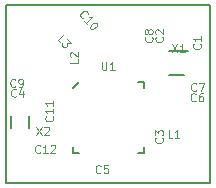
<source format=gto>
G04 #@! TF.FileFunction,Legend,Top*
%FSLAX46Y46*%
G04 Gerber Fmt 4.6, Leading zero omitted, Abs format (unit mm)*
G04 Created by KiCad (PCBNEW 4.0.0-stable) date Wednesday, March 16, 2016 'PMt' 10:12:40 PM*
%MOMM*%
G01*
G04 APERTURE LIST*
%ADD10C,0.100000*%
%ADD11C,0.152400*%
%ADD12C,0.150000*%
G04 APERTURE END LIST*
D10*
D11*
X75444540Y79954420D02*
X75444540Y94991220D01*
X75444540Y79954420D02*
X92690740Y79954420D01*
X92690740Y79954420D02*
X92690740Y94991220D01*
X75444540Y94991220D02*
X92690740Y94991220D01*
X75444540Y94991220D02*
X92690740Y94991220D01*
X75444540Y79954420D02*
X75444540Y94991220D01*
X75444540Y79954420D02*
X92690740Y79954420D01*
X92690740Y79954420D02*
X92690740Y94991220D01*
D10*
X81938371Y93900497D02*
X81892362Y93904522D01*
X81804371Y93958581D01*
X81762388Y94008614D01*
X81724430Y94104657D01*
X81732481Y94196674D01*
X81761523Y94263674D01*
X81840598Y94372656D01*
X81915649Y94435631D01*
X82036707Y94494581D01*
X82107733Y94511548D01*
X82199749Y94503497D01*
X82287741Y94449438D01*
X82329724Y94399405D01*
X82367682Y94303363D01*
X82363657Y94257355D01*
X82308169Y93358177D02*
X82056271Y93658379D01*
X82182220Y93508278D02*
X82707573Y93949102D01*
X82590540Y93936161D01*
X82498522Y93944211D01*
X82431523Y93973253D01*
X83106414Y93473782D02*
X83148397Y93423748D01*
X83165364Y93352723D01*
X83161338Y93306715D01*
X83132296Y93239715D01*
X83053220Y93130732D01*
X82928136Y93025774D01*
X82807078Y92966824D01*
X82736052Y92949857D01*
X82690044Y92953883D01*
X82623044Y92982924D01*
X82581060Y93032959D01*
X82564094Y93103984D01*
X82568119Y93149992D01*
X82597162Y93216992D01*
X82676237Y93325975D01*
X82801322Y93430933D01*
X82922381Y93489883D01*
X82993406Y93506849D01*
X83039414Y93502824D01*
X83106414Y93473782D01*
X80011014Y91817827D02*
X79801098Y92067995D01*
X80326452Y92508819D01*
X80641325Y92133568D02*
X80914216Y91808349D01*
X80567140Y91815534D01*
X80630115Y91740483D01*
X80647082Y91669458D01*
X80643057Y91623450D01*
X80614014Y91556449D01*
X80488930Y91451492D01*
X80417905Y91434525D01*
X80371896Y91438550D01*
X80304897Y91467592D01*
X80178947Y91617693D01*
X80161981Y91688718D01*
X80166005Y91734727D01*
X81539443Y90405857D02*
X81539443Y90079286D01*
X80853643Y90079286D01*
X80918957Y90601800D02*
X80886300Y90634457D01*
X80853643Y90699771D01*
X80853643Y90863057D01*
X80886300Y90928371D01*
X80918957Y90961028D01*
X80984271Y90993685D01*
X81049586Y90993685D01*
X81147557Y90961028D01*
X81539443Y90569142D01*
X81539443Y90993685D01*
X76297971Y87283471D02*
X76265314Y87250814D01*
X76167343Y87218157D01*
X76102029Y87218157D01*
X76004057Y87250814D01*
X75938743Y87316129D01*
X75906086Y87381443D01*
X75873429Y87512071D01*
X75873429Y87610043D01*
X75906086Y87740671D01*
X75938743Y87805986D01*
X76004057Y87871300D01*
X76102029Y87903957D01*
X76167343Y87903957D01*
X76265314Y87871300D01*
X76297971Y87838643D01*
X76885800Y87675357D02*
X76885800Y87218157D01*
X76722514Y87936614D02*
X76559229Y87446757D01*
X76983771Y87446757D01*
X83460971Y80813691D02*
X83428314Y80781034D01*
X83330343Y80748377D01*
X83265029Y80748377D01*
X83167057Y80781034D01*
X83101743Y80846349D01*
X83069086Y80911663D01*
X83036429Y81042291D01*
X83036429Y81140263D01*
X83069086Y81270891D01*
X83101743Y81336206D01*
X83167057Y81401520D01*
X83265029Y81434177D01*
X83330343Y81434177D01*
X83428314Y81401520D01*
X83460971Y81368863D01*
X84081457Y81434177D02*
X83754886Y81434177D01*
X83722229Y81107606D01*
X83754886Y81140263D01*
X83820200Y81172920D01*
X83983486Y81172920D01*
X84048800Y81140263D01*
X84081457Y81107606D01*
X84114114Y81042291D01*
X84114114Y80879006D01*
X84081457Y80813691D01*
X84048800Y80781034D01*
X83983486Y80748377D01*
X83820200Y80748377D01*
X83754886Y80781034D01*
X83722229Y80813691D01*
X91525271Y87778771D02*
X91492614Y87746114D01*
X91394643Y87713457D01*
X91329329Y87713457D01*
X91231357Y87746114D01*
X91166043Y87811429D01*
X91133386Y87876743D01*
X91100729Y88007371D01*
X91100729Y88105343D01*
X91133386Y88235971D01*
X91166043Y88301286D01*
X91231357Y88366600D01*
X91329329Y88399257D01*
X91394643Y88399257D01*
X91492614Y88366600D01*
X91525271Y88333943D01*
X91753871Y88399257D02*
X92211071Y88399257D01*
X91917157Y87713457D01*
X91888129Y91690371D02*
X91920786Y91657714D01*
X91953443Y91559743D01*
X91953443Y91494429D01*
X91920786Y91396457D01*
X91855471Y91331143D01*
X91790157Y91298486D01*
X91659529Y91265829D01*
X91561557Y91265829D01*
X91430929Y91298486D01*
X91365614Y91331143D01*
X91300300Y91396457D01*
X91267643Y91494429D01*
X91267643Y91559743D01*
X91300300Y91657714D01*
X91332957Y91690371D01*
X91953443Y92343514D02*
X91953443Y91951629D01*
X91953443Y92147571D02*
X91267643Y92147571D01*
X91365614Y92082257D01*
X91430929Y92016943D01*
X91463586Y91951629D01*
X89487111Y91683777D02*
X89944311Y90997977D01*
X89944311Y91683777D02*
X89487111Y90997977D01*
X90564797Y90997977D02*
X90172912Y90997977D01*
X90368854Y90997977D02*
X90368854Y91683777D01*
X90303540Y91585806D01*
X90238226Y91520491D01*
X90172912Y91487834D01*
X87798929Y92281791D02*
X87831586Y92249134D01*
X87864243Y92151163D01*
X87864243Y92085849D01*
X87831586Y91987877D01*
X87766271Y91922563D01*
X87700957Y91889906D01*
X87570329Y91857249D01*
X87472357Y91857249D01*
X87341729Y91889906D01*
X87276414Y91922563D01*
X87211100Y91987877D01*
X87178443Y92085849D01*
X87178443Y92151163D01*
X87211100Y92249134D01*
X87243757Y92281791D01*
X87472357Y92673677D02*
X87439700Y92608363D01*
X87407043Y92575706D01*
X87341729Y92543049D01*
X87309071Y92543049D01*
X87243757Y92575706D01*
X87211100Y92608363D01*
X87178443Y92673677D01*
X87178443Y92804306D01*
X87211100Y92869620D01*
X87243757Y92902277D01*
X87309071Y92934934D01*
X87341729Y92934934D01*
X87407043Y92902277D01*
X87439700Y92869620D01*
X87472357Y92804306D01*
X87472357Y92673677D01*
X87505014Y92608363D01*
X87537671Y92575706D01*
X87602986Y92543049D01*
X87733614Y92543049D01*
X87798929Y92575706D01*
X87831586Y92608363D01*
X87864243Y92673677D01*
X87864243Y92804306D01*
X87831586Y92869620D01*
X87798929Y92902277D01*
X87733614Y92934934D01*
X87602986Y92934934D01*
X87537671Y92902277D01*
X87505014Y92869620D01*
X87472357Y92804306D01*
X76234471Y88121671D02*
X76201814Y88089014D01*
X76103843Y88056357D01*
X76038529Y88056357D01*
X75940557Y88089014D01*
X75875243Y88154329D01*
X75842586Y88219643D01*
X75809929Y88350271D01*
X75809929Y88448243D01*
X75842586Y88578871D01*
X75875243Y88644186D01*
X75940557Y88709500D01*
X76038529Y88742157D01*
X76103843Y88742157D01*
X76201814Y88709500D01*
X76234471Y88676843D01*
X76561043Y88056357D02*
X76691671Y88056357D01*
X76756986Y88089014D01*
X76789643Y88121671D01*
X76854957Y88219643D01*
X76887614Y88350271D01*
X76887614Y88611529D01*
X76854957Y88676843D01*
X76822300Y88709500D01*
X76756986Y88742157D01*
X76626357Y88742157D01*
X76561043Y88709500D01*
X76528386Y88676843D01*
X76495729Y88611529D01*
X76495729Y88448243D01*
X76528386Y88382929D01*
X76561043Y88350271D01*
X76626357Y88317614D01*
X76756986Y88317614D01*
X76822300Y88350271D01*
X76854957Y88382929D01*
X76887614Y88448243D01*
X91499871Y86902471D02*
X91467214Y86869814D01*
X91369243Y86837157D01*
X91303929Y86837157D01*
X91205957Y86869814D01*
X91140643Y86935129D01*
X91107986Y87000443D01*
X91075329Y87131071D01*
X91075329Y87229043D01*
X91107986Y87359671D01*
X91140643Y87424986D01*
X91205957Y87490300D01*
X91303929Y87522957D01*
X91369243Y87522957D01*
X91467214Y87490300D01*
X91499871Y87457643D01*
X92087700Y87522957D02*
X91957071Y87522957D01*
X91891757Y87490300D01*
X91859100Y87457643D01*
X91793786Y87359671D01*
X91761129Y87229043D01*
X91761129Y86967786D01*
X91793786Y86902471D01*
X91826443Y86869814D01*
X91891757Y86837157D01*
X92022386Y86837157D01*
X92087700Y86869814D01*
X92120357Y86902471D01*
X92153014Y86967786D01*
X92153014Y87131071D01*
X92120357Y87196386D01*
X92087700Y87229043D01*
X92022386Y87261700D01*
X91891757Y87261700D01*
X91826443Y87229043D01*
X91793786Y87196386D01*
X91761129Y87131071D01*
X88687929Y92281791D02*
X88720586Y92249134D01*
X88753243Y92151163D01*
X88753243Y92085849D01*
X88720586Y91987877D01*
X88655271Y91922563D01*
X88589957Y91889906D01*
X88459329Y91857249D01*
X88361357Y91857249D01*
X88230729Y91889906D01*
X88165414Y91922563D01*
X88100100Y91987877D01*
X88067443Y92085849D01*
X88067443Y92151163D01*
X88100100Y92249134D01*
X88132757Y92281791D01*
X88132757Y92543049D02*
X88100100Y92575706D01*
X88067443Y92641020D01*
X88067443Y92804306D01*
X88100100Y92869620D01*
X88132757Y92902277D01*
X88198071Y92934934D01*
X88263386Y92934934D01*
X88361357Y92902277D01*
X88753243Y92510391D01*
X88753243Y92934934D01*
X83551686Y90171777D02*
X83551686Y89616606D01*
X83584343Y89551291D01*
X83617000Y89518634D01*
X83682314Y89485977D01*
X83812943Y89485977D01*
X83878257Y89518634D01*
X83910914Y89551291D01*
X83943571Y89616606D01*
X83943571Y90171777D01*
X84629371Y89485977D02*
X84237486Y89485977D01*
X84433428Y89485977D02*
X84433428Y90171777D01*
X84368114Y90073806D01*
X84302800Y90008491D01*
X84237486Y89975834D01*
X89529557Y83751057D02*
X89202986Y83751057D01*
X89202986Y84436857D01*
X90117385Y83751057D02*
X89725500Y83751057D01*
X89921442Y83751057D02*
X89921442Y84436857D01*
X89856128Y84338886D01*
X89790814Y84273571D01*
X89725500Y84240914D01*
X88675029Y83740171D02*
X88707686Y83707514D01*
X88740343Y83609543D01*
X88740343Y83544229D01*
X88707686Y83446257D01*
X88642371Y83380943D01*
X88577057Y83348286D01*
X88446429Y83315629D01*
X88348457Y83315629D01*
X88217829Y83348286D01*
X88152514Y83380943D01*
X88087200Y83446257D01*
X88054543Y83544229D01*
X88054543Y83609543D01*
X88087200Y83707514D01*
X88119857Y83740171D01*
X88054543Y83968771D02*
X88054543Y84393314D01*
X88315800Y84164714D01*
X88315800Y84262686D01*
X88348457Y84328000D01*
X88381114Y84360657D01*
X88446429Y84393314D01*
X88609714Y84393314D01*
X88675029Y84360657D01*
X88707686Y84328000D01*
X88740343Y84262686D01*
X88740343Y84066743D01*
X88707686Y84001429D01*
X88675029Y83968771D01*
X77999771Y84703557D02*
X78456971Y84017757D01*
X78456971Y84703557D02*
X77999771Y84017757D01*
X78685572Y84638243D02*
X78718229Y84670900D01*
X78783543Y84703557D01*
X78946829Y84703557D01*
X79012143Y84670900D01*
X79044800Y84638243D01*
X79077457Y84572929D01*
X79077457Y84507614D01*
X79044800Y84409643D01*
X78652914Y84017757D01*
X79077457Y84017757D01*
X78317271Y82533671D02*
X78284614Y82501014D01*
X78186643Y82468357D01*
X78121329Y82468357D01*
X78023357Y82501014D01*
X77958043Y82566329D01*
X77925386Y82631643D01*
X77892729Y82762271D01*
X77892729Y82860243D01*
X77925386Y82990871D01*
X77958043Y83056186D01*
X78023357Y83121500D01*
X78121329Y83154157D01*
X78186643Y83154157D01*
X78284614Y83121500D01*
X78317271Y83088843D01*
X78970414Y82468357D02*
X78578529Y82468357D01*
X78774471Y82468357D02*
X78774471Y83154157D01*
X78709157Y83056186D01*
X78643843Y82990871D01*
X78578529Y82958214D01*
X79231672Y83088843D02*
X79264329Y83121500D01*
X79329643Y83154157D01*
X79492929Y83154157D01*
X79558243Y83121500D01*
X79590900Y83088843D01*
X79623557Y83023529D01*
X79623557Y82958214D01*
X79590900Y82860243D01*
X79199014Y82468357D01*
X79623557Y82468357D01*
X79378629Y85556271D02*
X79411286Y85523614D01*
X79443943Y85425643D01*
X79443943Y85360329D01*
X79411286Y85262357D01*
X79345971Y85197043D01*
X79280657Y85164386D01*
X79150029Y85131729D01*
X79052057Y85131729D01*
X78921429Y85164386D01*
X78856114Y85197043D01*
X78790800Y85262357D01*
X78758143Y85360329D01*
X78758143Y85425643D01*
X78790800Y85523614D01*
X78823457Y85556271D01*
X79443943Y86209414D02*
X79443943Y85817529D01*
X79443943Y86013471D02*
X78758143Y86013471D01*
X78856114Y85948157D01*
X78921429Y85882843D01*
X78954086Y85817529D01*
X79443943Y86862557D02*
X79443943Y86470672D01*
X79443943Y86666614D02*
X78758143Y86666614D01*
X78856114Y86601300D01*
X78921429Y86535986D01*
X78954086Y86470672D01*
D12*
X81105935Y87991617D02*
X81605935Y88491617D01*
X86605935Y88491617D02*
X87105935Y88491617D01*
X87105935Y87991617D02*
X87105935Y88491617D01*
X87105935Y82491617D02*
X87105935Y82991617D01*
X86605935Y82491617D02*
X87105935Y82491617D01*
X81105935Y82491617D02*
X81605935Y82491617D01*
X81105935Y82491617D02*
X81105935Y82991617D01*
X77388335Y85610617D02*
X77388335Y84610617D01*
X75888335Y84610617D02*
X75888335Y85610617D01*
X90471735Y89039017D02*
X89271735Y89039017D01*
X89271735Y91139017D02*
X90871735Y91139017D01*
M02*

</source>
